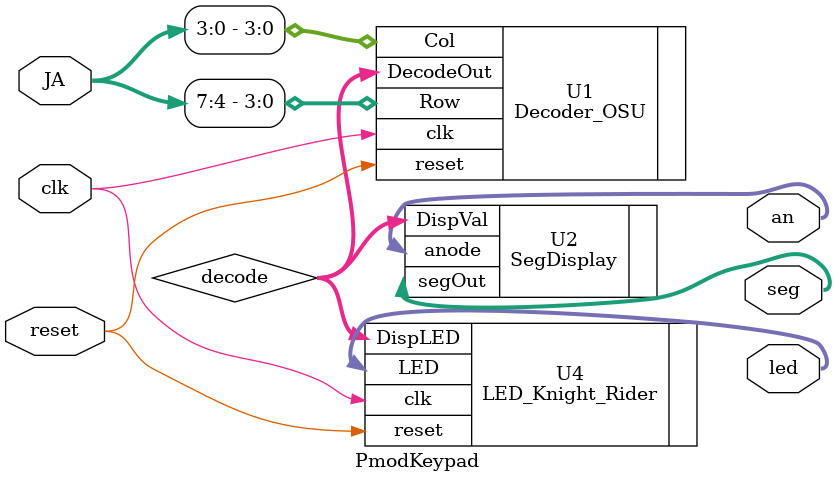
<source format=v>
`timescale 1ns / 1ps


module PmodKeypad(
    input clk,
    input reset,
    inout wire [7:0] JA,
    output wire [3:0] an,
    output wire [6:0] seg,
    //Need to output wire speed
    output [7:0] led
    );
    
//Wire to display enable
wire [3:0] decode;
wire spd;

//Rows are inputs and columns are outputs
Decoder_OSU U1 (.clk(clk), .reset(reset), .Row(JA[7:4]), .Col(JA[3:0]), .DecodeOut(decode));
SegDisplay U2 (.DispVal(decode), .anode(an), .segOut(seg));
LED_Knight_Rider U4(.clk(clk), .reset(reset), .DispLED(decode), .LED(led));

endmodule
</source>
